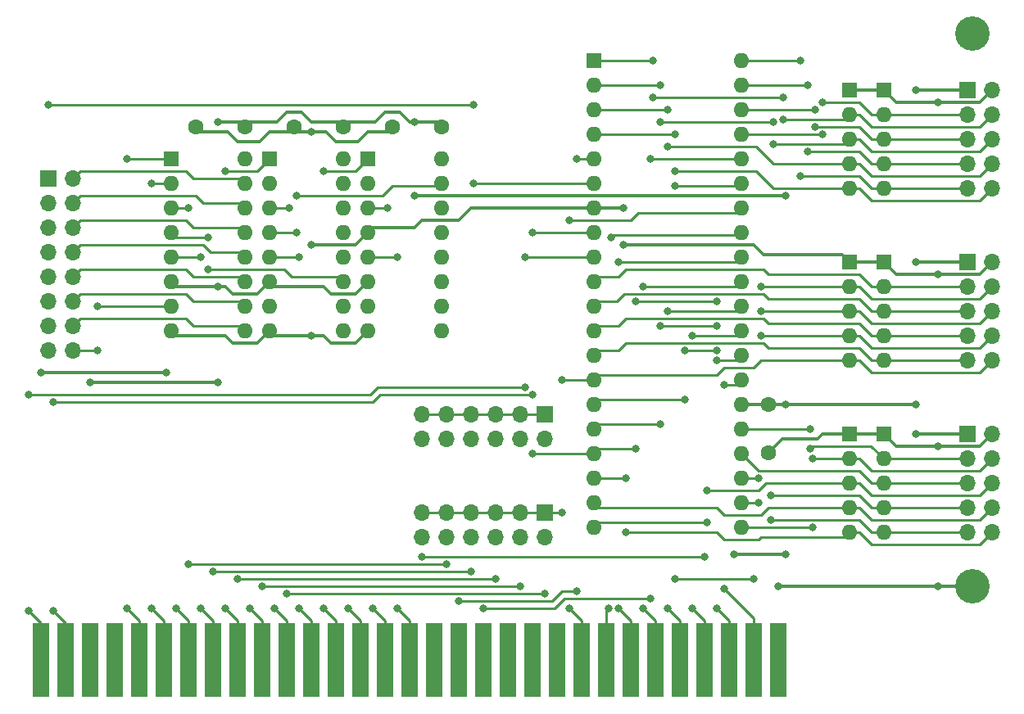
<source format=gbr>
G04 #@! TF.GenerationSoftware,KiCad,Pcbnew,(5.1.8)-1*
G04 #@! TF.CreationDate,2023-02-21T11:18:10-07:00*
G04 #@! TF.ProjectId,PPort,50506f72-742e-46b6-9963-61645f706362,rev?*
G04 #@! TF.SameCoordinates,Original*
G04 #@! TF.FileFunction,Copper,L1,Top*
G04 #@! TF.FilePolarity,Positive*
%FSLAX46Y46*%
G04 Gerber Fmt 4.6, Leading zero omitted, Abs format (unit mm)*
G04 Created by KiCad (PCBNEW (5.1.8)-1) date 2023-02-21 11:18:10*
%MOMM*%
%LPD*%
G01*
G04 APERTURE LIST*
G04 #@! TA.AperFunction,ComponentPad*
%ADD10O,1.600000X1.600000*%
G04 #@! TD*
G04 #@! TA.AperFunction,ComponentPad*
%ADD11R,1.600000X1.600000*%
G04 #@! TD*
G04 #@! TA.AperFunction,ComponentPad*
%ADD12C,1.600000*%
G04 #@! TD*
G04 #@! TA.AperFunction,ComponentPad*
%ADD13O,1.700000X1.700000*%
G04 #@! TD*
G04 #@! TA.AperFunction,ComponentPad*
%ADD14R,1.700000X1.700000*%
G04 #@! TD*
G04 #@! TA.AperFunction,ComponentPad*
%ADD15C,3.556000*%
G04 #@! TD*
G04 #@! TA.AperFunction,ConnectorPad*
%ADD16R,1.780000X7.620000*%
G04 #@! TD*
G04 #@! TA.AperFunction,ViaPad*
%ADD17C,0.800000*%
G04 #@! TD*
G04 #@! TA.AperFunction,Conductor*
%ADD18C,0.250000*%
G04 #@! TD*
G04 #@! TA.AperFunction,Conductor*
%ADD19C,0.330200*%
G04 #@! TD*
G04 APERTURE END LIST*
D10*
G04 #@! TO.P,RN6,5*
G04 #@! TO.N,/PA0*
X182372000Y-91948000D03*
G04 #@! TO.P,RN6,4*
G04 #@! TO.N,/PA1*
X182372000Y-89408000D03*
G04 #@! TO.P,RN6,3*
G04 #@! TO.N,/PA2*
X182372000Y-86868000D03*
G04 #@! TO.P,RN6,2*
G04 #@! TO.N,/PA3*
X182372000Y-84328000D03*
D11*
G04 #@! TO.P,RN6,1*
G04 #@! TO.N,/GND*
X182372000Y-81788000D03*
G04 #@! TD*
D10*
G04 #@! TO.P,RN5,5*
G04 #@! TO.N,/PA4*
X185928000Y-91948000D03*
G04 #@! TO.P,RN5,4*
G04 #@! TO.N,/PA5*
X185928000Y-89408000D03*
G04 #@! TO.P,RN5,3*
G04 #@! TO.N,/PA6*
X185928000Y-86868000D03*
G04 #@! TO.P,RN5,2*
G04 #@! TO.N,/PA7*
X185928000Y-84328000D03*
D11*
G04 #@! TO.P,RN5,1*
G04 #@! TO.N,/GND*
X185928000Y-81788000D03*
G04 #@! TD*
D10*
G04 #@! TO.P,RN4,5*
G04 #@! TO.N,/PB0*
X182372000Y-127508000D03*
G04 #@! TO.P,RN4,4*
G04 #@! TO.N,/PB1*
X182372000Y-124968000D03*
G04 #@! TO.P,RN4,3*
G04 #@! TO.N,/PB2*
X182372000Y-122428000D03*
G04 #@! TO.P,RN4,2*
G04 #@! TO.N,/PB3*
X182372000Y-119888000D03*
D11*
G04 #@! TO.P,RN4,1*
G04 #@! TO.N,/GND*
X182372000Y-117348000D03*
G04 #@! TD*
D10*
G04 #@! TO.P,RN3,5*
G04 #@! TO.N,/PC0*
X182372000Y-109728000D03*
G04 #@! TO.P,RN3,4*
G04 #@! TO.N,/PC1*
X182372000Y-107188000D03*
G04 #@! TO.P,RN3,3*
G04 #@! TO.N,/PC2*
X182372000Y-104648000D03*
G04 #@! TO.P,RN3,2*
G04 #@! TO.N,/PC3*
X182372000Y-102108000D03*
D11*
G04 #@! TO.P,RN3,1*
G04 #@! TO.N,/GND*
X182372000Y-99568000D03*
G04 #@! TD*
D10*
G04 #@! TO.P,RN2,5*
G04 #@! TO.N,/PB4*
X185928000Y-127508000D03*
G04 #@! TO.P,RN2,4*
G04 #@! TO.N,/PB5*
X185928000Y-124968000D03*
G04 #@! TO.P,RN2,3*
G04 #@! TO.N,/PB6*
X185928000Y-122428000D03*
G04 #@! TO.P,RN2,2*
G04 #@! TO.N,/PB7*
X185928000Y-119888000D03*
D11*
G04 #@! TO.P,RN2,1*
G04 #@! TO.N,/GND*
X185928000Y-117348000D03*
G04 #@! TD*
D10*
G04 #@! TO.P,RN1,5*
G04 #@! TO.N,/PC4*
X185928000Y-109728000D03*
G04 #@! TO.P,RN1,4*
G04 #@! TO.N,/PC5*
X185928000Y-107188000D03*
G04 #@! TO.P,RN1,3*
G04 #@! TO.N,/PC6*
X185928000Y-104648000D03*
G04 #@! TO.P,RN1,2*
G04 #@! TO.N,/PC7*
X185928000Y-102108000D03*
D11*
G04 #@! TO.P,RN1,1*
G04 #@! TO.N,/GND*
X185928000Y-99568000D03*
G04 #@! TD*
D12*
G04 #@! TO.P,C4,2*
G04 #@! TO.N,/5+*
X130048000Y-85598000D03*
G04 #@! TO.P,C4,1*
G04 #@! TO.N,/GND*
X125048000Y-85598000D03*
G04 #@! TD*
G04 #@! TO.P,C3,2*
G04 #@! TO.N,/5+*
X119888000Y-85598000D03*
G04 #@! TO.P,C3,1*
G04 #@! TO.N,/GND*
X114888000Y-85598000D03*
G04 #@! TD*
G04 #@! TO.P,C2,2*
G04 #@! TO.N,/5+*
X140208000Y-85598000D03*
G04 #@! TO.P,C2,1*
G04 #@! TO.N,/GND*
X135208000Y-85598000D03*
G04 #@! TD*
G04 #@! TO.P,C1,2*
G04 #@! TO.N,/5+*
X173990000Y-114300000D03*
G04 #@! TO.P,C1,1*
G04 #@! TO.N,/GND*
X173990000Y-119300000D03*
G04 #@! TD*
D13*
G04 #@! TO.P,J3,10*
G04 #@! TO.N,/PA0*
X197104000Y-91948000D03*
G04 #@! TO.P,J3,9*
G04 #@! TO.N,/PA4*
X194564000Y-91948000D03*
G04 #@! TO.P,J3,8*
G04 #@! TO.N,/PA1*
X197104000Y-89408000D03*
G04 #@! TO.P,J3,7*
G04 #@! TO.N,/PA5*
X194564000Y-89408000D03*
G04 #@! TO.P,J3,6*
G04 #@! TO.N,/PA2*
X197104000Y-86868000D03*
G04 #@! TO.P,J3,5*
G04 #@! TO.N,/PA6*
X194564000Y-86868000D03*
G04 #@! TO.P,J3,4*
G04 #@! TO.N,/PA3*
X197104000Y-84328000D03*
G04 #@! TO.P,J3,3*
G04 #@! TO.N,/PA7*
X194564000Y-84328000D03*
G04 #@! TO.P,J3,2*
G04 #@! TO.N,/GND*
X197104000Y-81788000D03*
D14*
G04 #@! TO.P,J3,1*
G04 #@! TO.N,/5+*
X194564000Y-81788000D03*
G04 #@! TD*
D13*
G04 #@! TO.P,J2,10*
G04 #@! TO.N,/PB0*
X197104000Y-127508000D03*
G04 #@! TO.P,J2,9*
G04 #@! TO.N,/PB4*
X194564000Y-127508000D03*
G04 #@! TO.P,J2,8*
G04 #@! TO.N,/PB1*
X197104000Y-124968000D03*
G04 #@! TO.P,J2,7*
G04 #@! TO.N,/PB5*
X194564000Y-124968000D03*
G04 #@! TO.P,J2,6*
G04 #@! TO.N,/PB2*
X197104000Y-122428000D03*
G04 #@! TO.P,J2,5*
G04 #@! TO.N,/PB6*
X194564000Y-122428000D03*
G04 #@! TO.P,J2,4*
G04 #@! TO.N,/PB3*
X197104000Y-119888000D03*
G04 #@! TO.P,J2,3*
G04 #@! TO.N,/PB7*
X194564000Y-119888000D03*
G04 #@! TO.P,J2,2*
G04 #@! TO.N,/GND*
X197104000Y-117348000D03*
D14*
G04 #@! TO.P,J2,1*
G04 #@! TO.N,/5+*
X194564000Y-117348000D03*
G04 #@! TD*
D13*
G04 #@! TO.P,J1,10*
G04 #@! TO.N,/PC0*
X197104000Y-109728000D03*
G04 #@! TO.P,J1,9*
G04 #@! TO.N,/PC4*
X194564000Y-109728000D03*
G04 #@! TO.P,J1,8*
G04 #@! TO.N,/PC1*
X197104000Y-107188000D03*
G04 #@! TO.P,J1,7*
G04 #@! TO.N,/PC5*
X194564000Y-107188000D03*
G04 #@! TO.P,J1,6*
G04 #@! TO.N,/PC2*
X197104000Y-104648000D03*
G04 #@! TO.P,J1,5*
G04 #@! TO.N,/PC6*
X194564000Y-104648000D03*
G04 #@! TO.P,J1,4*
G04 #@! TO.N,/PC3*
X197104000Y-102108000D03*
G04 #@! TO.P,J1,3*
G04 #@! TO.N,/PC7*
X194564000Y-102108000D03*
G04 #@! TO.P,J1,2*
G04 #@! TO.N,/GND*
X197104000Y-99568000D03*
D14*
G04 #@! TO.P,J1,1*
G04 #@! TO.N,/5+*
X194564000Y-99568000D03*
G04 #@! TD*
D15*
G04 #@! TO.P,R,1*
G04 #@! TO.N,/GND*
X195072000Y-133096000D03*
G04 #@! TD*
G04 #@! TO.P,R,1*
G04 #@! TO.N,N/C*
X195072000Y-75946000D03*
G04 #@! TD*
D10*
G04 #@! TO.P,U4,16*
G04 #@! TO.N,/5+*
X130048000Y-88900000D03*
G04 #@! TO.P,U4,8*
G04 #@! TO.N,/GND*
X122428000Y-106680000D03*
G04 #@! TO.P,U4,15*
G04 #@! TO.N,Net-(U4-Pad15)*
X130048000Y-91440000D03*
G04 #@! TO.P,U4,7*
G04 #@! TO.N,Net-(U4-Pad7)*
X122428000Y-104140000D03*
G04 #@! TO.P,U4,14*
G04 #@! TO.N,Net-(U4-Pad14)*
X130048000Y-93980000D03*
G04 #@! TO.P,U4,6*
G04 #@! TO.N,/5+*
X122428000Y-101600000D03*
G04 #@! TO.P,U4,13*
G04 #@! TO.N,Net-(U4-Pad13)*
X130048000Y-96520000D03*
G04 #@! TO.P,U4,5*
G04 #@! TO.N,/A11*
X122428000Y-99060000D03*
G04 #@! TO.P,U4,12*
G04 #@! TO.N,Net-(U4-Pad12)*
X130048000Y-99060000D03*
G04 #@! TO.P,U4,4*
G04 #@! TO.N,/IO_0XXX*
X122428000Y-96520000D03*
G04 #@! TO.P,U4,11*
G04 #@! TO.N,/IO_04XX*
X130048000Y-101600000D03*
G04 #@! TO.P,U4,3*
G04 #@! TO.N,/A10*
X122428000Y-93980000D03*
G04 #@! TO.P,U4,10*
G04 #@! TO.N,Net-(U4-Pad10)*
X130048000Y-104140000D03*
G04 #@! TO.P,U4,2*
G04 #@! TO.N,/A9*
X122428000Y-91440000D03*
G04 #@! TO.P,U4,9*
G04 #@! TO.N,Net-(U4-Pad9)*
X130048000Y-106680000D03*
D11*
G04 #@! TO.P,U4,1*
G04 #@! TO.N,/A8*
X122428000Y-88900000D03*
G04 #@! TD*
D10*
G04 #@! TO.P,U3,16*
G04 #@! TO.N,/5+*
X119888000Y-88900000D03*
G04 #@! TO.P,U3,8*
G04 #@! TO.N,/GND*
X112268000Y-106680000D03*
G04 #@! TO.P,U3,15*
G04 #@! TO.N,/IO_040X*
X119888000Y-91440000D03*
G04 #@! TO.P,U3,7*
G04 #@! TO.N,/IO_047X*
X112268000Y-104140000D03*
G04 #@! TO.P,U3,14*
G04 #@! TO.N,/IO_041X*
X119888000Y-93980000D03*
G04 #@! TO.P,U3,6*
G04 #@! TO.N,/5+*
X112268000Y-101600000D03*
G04 #@! TO.P,U3,13*
G04 #@! TO.N,/IO_042X*
X119888000Y-96520000D03*
G04 #@! TO.P,U3,5*
G04 #@! TO.N,/A7*
X112268000Y-99060000D03*
G04 #@! TO.P,U3,12*
G04 #@! TO.N,/IO_043X*
X119888000Y-99060000D03*
G04 #@! TO.P,U3,4*
G04 #@! TO.N,/IO_04XX*
X112268000Y-96520000D03*
G04 #@! TO.P,U3,11*
G04 #@! TO.N,/IO_044X*
X119888000Y-101600000D03*
G04 #@! TO.P,U3,3*
G04 #@! TO.N,/A6*
X112268000Y-93980000D03*
G04 #@! TO.P,U3,10*
G04 #@! TO.N,/IO_045X*
X119888000Y-104140000D03*
G04 #@! TO.P,U3,2*
G04 #@! TO.N,/A5*
X112268000Y-91440000D03*
G04 #@! TO.P,U3,9*
G04 #@! TO.N,/IO_046X*
X119888000Y-106680000D03*
D11*
G04 #@! TO.P,U3,1*
G04 #@! TO.N,/A4*
X112268000Y-88900000D03*
G04 #@! TD*
D10*
G04 #@! TO.P,U2,16*
G04 #@! TO.N,/5+*
X140208000Y-88900000D03*
G04 #@! TO.P,U2,8*
G04 #@! TO.N,/GND*
X132588000Y-106680000D03*
G04 #@! TO.P,U2,15*
G04 #@! TO.N,/IO_0XXX*
X140208000Y-91440000D03*
G04 #@! TO.P,U2,7*
G04 #@! TO.N,Net-(U2-Pad7)*
X132588000Y-104140000D03*
G04 #@! TO.P,U2,14*
G04 #@! TO.N,Net-(U2-Pad14)*
X140208000Y-93980000D03*
G04 #@! TO.P,U2,6*
G04 #@! TO.N,/5+*
X132588000Y-101600000D03*
G04 #@! TO.P,U2,13*
G04 #@! TO.N,Net-(U2-Pad13)*
X140208000Y-96520000D03*
G04 #@! TO.P,U2,5*
G04 #@! TO.N,/A15*
X132588000Y-99060000D03*
G04 #@! TO.P,U2,12*
G04 #@! TO.N,Net-(U2-Pad12)*
X140208000Y-99060000D03*
G04 #@! TO.P,U2,4*
G04 #@! TO.N,/GND*
X132588000Y-96520000D03*
G04 #@! TO.P,U2,11*
G04 #@! TO.N,Net-(U2-Pad11)*
X140208000Y-101600000D03*
G04 #@! TO.P,U2,3*
G04 #@! TO.N,/A14*
X132588000Y-93980000D03*
G04 #@! TO.P,U2,10*
G04 #@! TO.N,Net-(U2-Pad10)*
X140208000Y-104140000D03*
G04 #@! TO.P,U2,2*
G04 #@! TO.N,/A13*
X132588000Y-91440000D03*
G04 #@! TO.P,U2,9*
G04 #@! TO.N,Net-(U2-Pad9)*
X140208000Y-106680000D03*
D11*
G04 #@! TO.P,U2,1*
G04 #@! TO.N,/A12*
X132588000Y-88900000D03*
G04 #@! TD*
D10*
G04 #@! TO.P,U1,40*
G04 #@! TO.N,/PA4*
X171196000Y-78740000D03*
G04 #@! TO.P,U1,20*
G04 #@! TO.N,/PB2*
X155956000Y-127000000D03*
G04 #@! TO.P,U1,39*
G04 #@! TO.N,/PA5*
X171196000Y-81280000D03*
G04 #@! TO.P,U1,19*
G04 #@! TO.N,/PB1*
X155956000Y-124460000D03*
G04 #@! TO.P,U1,38*
G04 #@! TO.N,/PA6*
X171196000Y-83820000D03*
G04 #@! TO.P,U1,18*
G04 #@! TO.N,/PB0*
X155956000Y-121920000D03*
G04 #@! TO.P,U1,37*
G04 #@! TO.N,/PA7*
X171196000Y-86360000D03*
G04 #@! TO.P,U1,17*
G04 #@! TO.N,/PC3*
X155956000Y-119380000D03*
G04 #@! TO.P,U1,36*
G04 #@! TO.N,/IOW*
X171196000Y-88900000D03*
G04 #@! TO.P,U1,16*
G04 #@! TO.N,/PC2*
X155956000Y-116840000D03*
G04 #@! TO.P,U1,35*
G04 #@! TO.N,/RST*
X171196000Y-91440000D03*
G04 #@! TO.P,U1,15*
G04 #@! TO.N,/PC1*
X155956000Y-114300000D03*
G04 #@! TO.P,U1,34*
G04 #@! TO.N,/D0*
X171196000Y-93980000D03*
G04 #@! TO.P,U1,14*
G04 #@! TO.N,/PC0*
X155956000Y-111760000D03*
G04 #@! TO.P,U1,33*
G04 #@! TO.N,/D1*
X171196000Y-96520000D03*
G04 #@! TO.P,U1,13*
G04 #@! TO.N,/PC4*
X155956000Y-109220000D03*
G04 #@! TO.P,U1,32*
G04 #@! TO.N,/D2*
X171196000Y-99060000D03*
G04 #@! TO.P,U1,12*
G04 #@! TO.N,/PC5*
X155956000Y-106680000D03*
G04 #@! TO.P,U1,31*
G04 #@! TO.N,/D3*
X171196000Y-101600000D03*
G04 #@! TO.P,U1,11*
G04 #@! TO.N,/PC6*
X155956000Y-104140000D03*
G04 #@! TO.P,U1,30*
G04 #@! TO.N,/D4*
X171196000Y-104140000D03*
G04 #@! TO.P,U1,10*
G04 #@! TO.N,/PC7*
X155956000Y-101600000D03*
G04 #@! TO.P,U1,29*
G04 #@! TO.N,/D5*
X171196000Y-106680000D03*
G04 #@! TO.P,U1,9*
G04 #@! TO.N,/A0*
X155956000Y-99060000D03*
G04 #@! TO.P,U1,28*
G04 #@! TO.N,/D6*
X171196000Y-109220000D03*
G04 #@! TO.P,U1,8*
G04 #@! TO.N,/A1*
X155956000Y-96520000D03*
G04 #@! TO.P,U1,27*
G04 #@! TO.N,/D7*
X171196000Y-111760000D03*
G04 #@! TO.P,U1,7*
G04 #@! TO.N,/GND*
X155956000Y-93980000D03*
G04 #@! TO.P,U1,26*
G04 #@! TO.N,/5+*
X171196000Y-114300000D03*
G04 #@! TO.P,U1,6*
G04 #@! TO.N,/CS8255*
X155956000Y-91440000D03*
G04 #@! TO.P,U1,25*
G04 #@! TO.N,/PB7*
X171196000Y-116840000D03*
G04 #@! TO.P,U1,5*
G04 #@! TO.N,/IOR*
X155956000Y-88900000D03*
G04 #@! TO.P,U1,24*
G04 #@! TO.N,/PB6*
X171196000Y-119380000D03*
G04 #@! TO.P,U1,4*
G04 #@! TO.N,/PA0*
X155956000Y-86360000D03*
G04 #@! TO.P,U1,23*
G04 #@! TO.N,/PB5*
X171196000Y-121920000D03*
G04 #@! TO.P,U1,3*
G04 #@! TO.N,/PA1*
X155956000Y-83820000D03*
G04 #@! TO.P,U1,22*
G04 #@! TO.N,/PB4*
X171196000Y-124460000D03*
G04 #@! TO.P,U1,2*
G04 #@! TO.N,/PA2*
X155956000Y-81280000D03*
G04 #@! TO.P,U1,21*
G04 #@! TO.N,/PB3*
X171196000Y-127000000D03*
D11*
G04 #@! TO.P,U1,1*
G04 #@! TO.N,/PA3*
X155956000Y-78740000D03*
G04 #@! TD*
D16*
G04 #@! TO.P,J7,62*
G04 #@! TO.N,/A0*
X98806000Y-140716000D03*
G04 #@! TO.P,J7,61*
G04 #@! TO.N,/A1*
X101346000Y-140716000D03*
G04 #@! TO.P,J7,60*
G04 #@! TO.N,/A2*
X103886000Y-140716000D03*
G04 #@! TO.P,J7,59*
G04 #@! TO.N,/A3*
X106426000Y-140716000D03*
G04 #@! TO.P,J7,58*
G04 #@! TO.N,/A4*
X108966000Y-140716000D03*
G04 #@! TO.P,J7,57*
G04 #@! TO.N,/A5*
X111506000Y-140716000D03*
G04 #@! TO.P,J7,56*
G04 #@! TO.N,/A6*
X114046000Y-140716000D03*
G04 #@! TO.P,J7,55*
G04 #@! TO.N,/A7*
X116586000Y-140716000D03*
G04 #@! TO.P,J7,54*
G04 #@! TO.N,/A8*
X119126000Y-140716000D03*
G04 #@! TO.P,J7,53*
G04 #@! TO.N,/A9*
X121666000Y-140716000D03*
G04 #@! TO.P,J7,52*
G04 #@! TO.N,/A10*
X124206000Y-140716000D03*
G04 #@! TO.P,J7,51*
G04 #@! TO.N,/A11*
X126746000Y-140716000D03*
G04 #@! TO.P,J7,50*
G04 #@! TO.N,/A12*
X129286000Y-140716000D03*
G04 #@! TO.P,J7,49*
G04 #@! TO.N,/A13*
X131826000Y-140716000D03*
G04 #@! TO.P,J7,48*
G04 #@! TO.N,/A14*
X134366000Y-140716000D03*
G04 #@! TO.P,J7,47*
G04 #@! TO.N,/A15*
X136906000Y-140716000D03*
G04 #@! TO.P,J7,46*
G04 #@! TO.N,Net-(J7-Pad46)*
X139446000Y-140716000D03*
G04 #@! TO.P,J7,45*
G04 #@! TO.N,Net-(J7-Pad45)*
X141986000Y-140716000D03*
G04 #@! TO.P,J7,44*
G04 #@! TO.N,Net-(J7-Pad44)*
X144526000Y-140716000D03*
G04 #@! TO.P,J7,43*
G04 #@! TO.N,Net-(J7-Pad43)*
X147066000Y-140716000D03*
G04 #@! TO.P,J7,42*
G04 #@! TO.N,Net-(J7-Pad42)*
X149606000Y-140716000D03*
G04 #@! TO.P,J7,41*
G04 #@! TO.N,Net-(J7-Pad41)*
X152146000Y-140716000D03*
G04 #@! TO.P,J7,40*
G04 #@! TO.N,/D0*
X154686000Y-140716000D03*
G04 #@! TO.P,J7,39*
G04 #@! TO.N,/D1*
X157226000Y-140716000D03*
G04 #@! TO.P,J7,38*
G04 #@! TO.N,/D2*
X159766000Y-140716000D03*
G04 #@! TO.P,J7,37*
G04 #@! TO.N,/D3*
X162306000Y-140716000D03*
G04 #@! TO.P,J7,36*
G04 #@! TO.N,/D4*
X164846000Y-140716000D03*
G04 #@! TO.P,J7,35*
G04 #@! TO.N,/D5*
X167386000Y-140716000D03*
G04 #@! TO.P,J7,34*
G04 #@! TO.N,/D6*
X169926000Y-140716000D03*
G04 #@! TO.P,J7,33*
G04 #@! TO.N,/D7*
X172466000Y-140716000D03*
G04 #@! TO.P,J7,32*
G04 #@! TO.N,Net-(J7-Pad32)*
X175006000Y-140716000D03*
G04 #@! TD*
D13*
G04 #@! TO.P,J6,16*
G04 #@! TO.N,/IO_047X*
X102108000Y-108712000D03*
G04 #@! TO.P,J6,15*
G04 #@! TO.N,/CS8255*
X99568000Y-108712000D03*
G04 #@! TO.P,J6,14*
G04 #@! TO.N,/IO_046X*
X102108000Y-106172000D03*
G04 #@! TO.P,J6,13*
G04 #@! TO.N,/CS8255*
X99568000Y-106172000D03*
G04 #@! TO.P,J6,12*
G04 #@! TO.N,/IO_045X*
X102108000Y-103632000D03*
G04 #@! TO.P,J6,11*
G04 #@! TO.N,/CS8255*
X99568000Y-103632000D03*
G04 #@! TO.P,J6,10*
G04 #@! TO.N,/IO_044X*
X102108000Y-101092000D03*
G04 #@! TO.P,J6,9*
G04 #@! TO.N,/CS8255*
X99568000Y-101092000D03*
G04 #@! TO.P,J6,8*
G04 #@! TO.N,/IO_043X*
X102108000Y-98552000D03*
G04 #@! TO.P,J6,7*
G04 #@! TO.N,/CS8255*
X99568000Y-98552000D03*
G04 #@! TO.P,J6,6*
G04 #@! TO.N,/IO_042X*
X102108000Y-96012000D03*
G04 #@! TO.P,J6,5*
G04 #@! TO.N,/CS8255*
X99568000Y-96012000D03*
G04 #@! TO.P,J6,4*
G04 #@! TO.N,/IO_041X*
X102108000Y-93472000D03*
G04 #@! TO.P,J6,3*
G04 #@! TO.N,/CS8255*
X99568000Y-93472000D03*
G04 #@! TO.P,J6,2*
G04 #@! TO.N,/IO_040X*
X102108000Y-90932000D03*
D14*
G04 #@! TO.P,J6,1*
G04 #@! TO.N,/CS8255*
X99568000Y-90932000D03*
G04 #@! TD*
D13*
G04 #@! TO.P,J5,12*
G04 #@! TO.N,/IRQ2*
X138176000Y-117856000D03*
G04 #@! TO.P,J5,11*
G04 #@! TO.N,/PC3*
X138176000Y-115316000D03*
G04 #@! TO.P,J5,10*
G04 #@! TO.N,/IRQ3*
X140716000Y-117856000D03*
G04 #@! TO.P,J5,9*
G04 #@! TO.N,/PC3*
X140716000Y-115316000D03*
G04 #@! TO.P,J5,8*
G04 #@! TO.N,/IRQ4*
X143256000Y-117856000D03*
G04 #@! TO.P,J5,7*
G04 #@! TO.N,/PC3*
X143256000Y-115316000D03*
G04 #@! TO.P,J5,6*
G04 #@! TO.N,/IRQ5*
X145796000Y-117856000D03*
G04 #@! TO.P,J5,5*
G04 #@! TO.N,/PC3*
X145796000Y-115316000D03*
G04 #@! TO.P,J5,4*
G04 #@! TO.N,/IRQ6*
X148336000Y-117856000D03*
G04 #@! TO.P,J5,3*
G04 #@! TO.N,/PC3*
X148336000Y-115316000D03*
G04 #@! TO.P,J5,2*
G04 #@! TO.N,/IRQ7*
X150876000Y-117856000D03*
D14*
G04 #@! TO.P,J5,1*
G04 #@! TO.N,/PC3*
X150876000Y-115316000D03*
G04 #@! TD*
D13*
G04 #@! TO.P,J4,12*
G04 #@! TO.N,/IRQ2*
X138176000Y-128016000D03*
G04 #@! TO.P,J4,11*
G04 #@! TO.N,/PC0*
X138176000Y-125476000D03*
G04 #@! TO.P,J4,10*
G04 #@! TO.N,/IRQ3*
X140716000Y-128016000D03*
G04 #@! TO.P,J4,9*
G04 #@! TO.N,/PC0*
X140716000Y-125476000D03*
G04 #@! TO.P,J4,8*
G04 #@! TO.N,/IRQ4*
X143256000Y-128016000D03*
G04 #@! TO.P,J4,7*
G04 #@! TO.N,/PC0*
X143256000Y-125476000D03*
G04 #@! TO.P,J4,6*
G04 #@! TO.N,/IRQ5*
X145796000Y-128016000D03*
G04 #@! TO.P,J4,5*
G04 #@! TO.N,/PC0*
X145796000Y-125476000D03*
G04 #@! TO.P,J4,4*
G04 #@! TO.N,/IRQ6*
X148336000Y-128016000D03*
G04 #@! TO.P,J4,3*
G04 #@! TO.N,/PC0*
X148336000Y-125476000D03*
G04 #@! TO.P,J4,2*
G04 #@! TO.N,/IRQ7*
X150876000Y-128016000D03*
D14*
G04 #@! TO.P,J4,1*
G04 #@! TO.N,/PC0*
X150876000Y-125476000D03*
G04 #@! TD*
D17*
G04 #@! TO.N,/PB7*
X178308000Y-116840000D03*
X178308000Y-118872000D03*
G04 #@! TO.N,/PB5*
X174244000Y-123698000D03*
X172974000Y-121920000D03*
G04 #@! TO.N,/PB4*
X172974000Y-124460000D03*
X174244000Y-126238000D03*
G04 #@! TO.N,/PB3*
X178562000Y-119888000D03*
X178562000Y-127000000D03*
G04 #@! TO.N,/PB2*
X167640000Y-123190000D03*
X167640000Y-126492000D03*
G04 #@! TO.N,/PB0*
X159258000Y-127508000D03*
X159258000Y-121920000D03*
G04 #@! TO.N,/PA7*
X179578000Y-86360000D03*
X179578000Y-83058000D03*
G04 #@! TO.N,/PA6*
X178816000Y-83820000D03*
X178816000Y-85598000D03*
G04 #@! TO.N,/PA5*
X178054000Y-81280000D03*
X178054000Y-88138000D03*
G04 #@! TO.N,/PA4*
X177292000Y-78740000D03*
X177292000Y-90678000D03*
G04 #@! TO.N,/PA3*
X162052000Y-78740000D03*
X162052000Y-82550000D03*
X175514000Y-82550000D03*
X175514000Y-84836000D03*
G04 #@! TO.N,/PA2*
X162814000Y-81280000D03*
X162814000Y-85090000D03*
X174498000Y-85090000D03*
X174498000Y-87376000D03*
G04 #@! TO.N,/PA1*
X163576000Y-83820000D03*
X163576000Y-87630000D03*
G04 #@! TO.N,/PA0*
X164338000Y-86360000D03*
X164338000Y-90170000D03*
G04 #@! TO.N,/PC3*
X173228000Y-102108000D03*
X168656000Y-103632000D03*
X160274000Y-118872000D03*
X160274000Y-103632000D03*
G04 #@! TO.N,/PC2*
X173228000Y-104648000D03*
X168656000Y-106172000D03*
X162814000Y-116332000D03*
X162814000Y-106172000D03*
G04 #@! TO.N,/PC1*
X173228000Y-107188000D03*
X168656000Y-108712000D03*
X165354000Y-113792000D03*
X165354000Y-108712000D03*
G04 #@! TO.N,/PC3*
X149606000Y-119380000D03*
G04 #@! TO.N,/PC0*
X152654000Y-111760000D03*
X152654000Y-125476000D03*
G04 #@! TO.N,/IRQ2*
X138176000Y-130048000D03*
X167386000Y-130048000D03*
G04 #@! TO.N,/IRQ3*
X140716000Y-130810000D03*
X114046000Y-130810000D03*
G04 #@! TO.N,/IRQ4*
X143256000Y-131572000D03*
X116586000Y-131572000D03*
G04 #@! TO.N,/IRQ5*
X145796000Y-132334000D03*
X119126000Y-132334000D03*
G04 #@! TO.N,/IRQ6*
X148336000Y-133096000D03*
X121666000Y-133096000D03*
G04 #@! TO.N,/IRQ7*
X150876000Y-133858000D03*
X124206000Y-133858000D03*
G04 #@! TO.N,/IO_047X*
X104648000Y-104140000D03*
X104648000Y-108712000D03*
G04 #@! TO.N,/CS8255*
X143510000Y-91440000D03*
X143510000Y-83312000D03*
X99568000Y-83312000D03*
G04 #@! TO.N,/A0*
X97536000Y-135636000D03*
X97536000Y-113284000D03*
X148844000Y-112522000D03*
X148844000Y-99060000D03*
G04 #@! TO.N,/A1*
X100076000Y-135636000D03*
X100076000Y-114046000D03*
X149606000Y-113284000D03*
X149606000Y-96520000D03*
G04 #@! TO.N,/A4*
X107696000Y-135382000D03*
X107696000Y-88900000D03*
G04 #@! TO.N,/A5*
X110236000Y-135382000D03*
X110236000Y-91440000D03*
G04 #@! TO.N,/A6*
X112776000Y-135382000D03*
X114046000Y-93980000D03*
G04 #@! TO.N,/A7*
X115316000Y-135382000D03*
X115316000Y-99060000D03*
G04 #@! TO.N,/A8*
X117856000Y-135382000D03*
X117856000Y-90170000D03*
G04 #@! TO.N,/A9*
X120396000Y-135382000D03*
G04 #@! TO.N,/A10*
X122936000Y-135382000D03*
X124460000Y-93980000D03*
G04 #@! TO.N,/A11*
X125476000Y-135382000D03*
X125476000Y-99060000D03*
G04 #@! TO.N,/A12*
X128016000Y-135382000D03*
X128016000Y-90170000D03*
G04 #@! TO.N,/A13*
X130556000Y-135382000D03*
G04 #@! TO.N,/A14*
X133096000Y-135382000D03*
X134620000Y-93980000D03*
G04 #@! TO.N,/A15*
X135636000Y-135382000D03*
X135636000Y-99060000D03*
G04 #@! TO.N,/D0*
X153416000Y-135382000D03*
X153416000Y-95250000D03*
G04 #@! TO.N,/D1*
X157480000Y-135382000D03*
X157734000Y-97028000D03*
G04 #@! TO.N,/D2*
X158496000Y-135382000D03*
X158496000Y-99568000D03*
G04 #@! TO.N,/D3*
X161036000Y-135382000D03*
X161036000Y-102108000D03*
G04 #@! TO.N,/D4*
X163576000Y-135382000D03*
X163576000Y-104648000D03*
G04 #@! TO.N,/D5*
X166116000Y-135382000D03*
X166116000Y-107188000D03*
G04 #@! TO.N,/D6*
X168656000Y-135382000D03*
X168656000Y-109728000D03*
G04 #@! TO.N,/D7*
X169418000Y-133350000D03*
X169418000Y-112268000D03*
G04 #@! TO.N,/GND*
X191516000Y-83058000D03*
X191516000Y-118618000D03*
X191516000Y-118618000D03*
X191516000Y-100838000D03*
X191516000Y-133096000D03*
X126746000Y-107188000D03*
X126746000Y-86106000D03*
X126746000Y-97790000D03*
X175006000Y-133096000D03*
X159004000Y-97790000D03*
X159004000Y-93980000D03*
X111760000Y-110998000D03*
X98806002Y-110998000D03*
G04 #@! TO.N,/5+*
X189230000Y-114300000D03*
X189230000Y-81788000D03*
X189230000Y-99568000D03*
X189230000Y-117348000D03*
X117094000Y-102108000D03*
X117094000Y-85090000D03*
X170434000Y-129794000D03*
X175768000Y-129794000D03*
X175768000Y-114300000D03*
X175768000Y-92710000D03*
X137414000Y-92710000D03*
X137414000Y-85090000D03*
X103886000Y-112014000D03*
X117094000Y-112014000D03*
G04 #@! TO.N,/IOR*
X141986000Y-134620000D03*
X154178000Y-133604000D03*
X154178000Y-88900000D03*
G04 #@! TO.N,/IOW*
X144526000Y-135382000D03*
X161798000Y-134366000D03*
X161798000Y-88900000D03*
G04 #@! TO.N,/RST*
X172466000Y-132334000D03*
X164338000Y-132334000D03*
X164338000Y-91694000D03*
G04 #@! TO.N,/IO_0XXX*
X125222000Y-92710000D03*
X125222000Y-96520000D03*
G04 #@! TO.N,/IO_04XX*
X116078000Y-100330000D03*
X116078000Y-97028000D03*
G04 #@! TD*
D18*
G04 #@! TO.N,/PB7*
X185928000Y-119888000D02*
X194564000Y-119888000D01*
X178308000Y-116840000D02*
X178308000Y-116840000D01*
X178580999Y-118599001D02*
X178308000Y-118872000D01*
X184639001Y-118599001D02*
X178580999Y-118599001D01*
X185928000Y-119888000D02*
X184639001Y-118599001D01*
X178308000Y-116840000D02*
X171196000Y-116840000D01*
X178308000Y-118872000D02*
X178308000Y-118872000D01*
G04 #@! TO.N,/PB6*
X185928000Y-122428000D02*
X194564000Y-122428000D01*
X172974000Y-121158000D02*
X171196000Y-119380000D01*
X183388000Y-121158000D02*
X172974000Y-121158000D01*
X184658000Y-122428000D02*
X183388000Y-121158000D01*
X185928000Y-122428000D02*
X184658000Y-122428000D01*
G04 #@! TO.N,/PB5*
X185928000Y-124968000D02*
X194564000Y-124968000D01*
X183388000Y-123698000D02*
X174244000Y-123698000D01*
X184658000Y-124968000D02*
X183388000Y-123698000D01*
X185928000Y-124968000D02*
X184658000Y-124968000D01*
X174244000Y-123698000D02*
X174244000Y-123698000D01*
X171196000Y-121920000D02*
X172720000Y-121920000D01*
X172720000Y-121920000D02*
X172974000Y-121920000D01*
X172974000Y-121920000D02*
X172974000Y-121920000D01*
G04 #@! TO.N,/PB4*
X185928000Y-127508000D02*
X194564000Y-127508000D01*
X185928000Y-127508000D02*
X184658000Y-127508000D01*
X184658000Y-127508000D02*
X183388000Y-126238000D01*
X183388000Y-126238000D02*
X174244000Y-126238000D01*
X171196000Y-124460000D02*
X172974000Y-124460000D01*
X172974000Y-124460000D02*
X172974000Y-124460000D01*
X174244000Y-126238000D02*
X174244000Y-126238000D01*
G04 #@! TO.N,/PB3*
X195834000Y-121158000D02*
X197104000Y-119888000D01*
X183388000Y-119888000D02*
X184658000Y-121158000D01*
X184658000Y-121158000D02*
X195834000Y-121158000D01*
X182372000Y-119888000D02*
X183388000Y-119888000D01*
X182372000Y-119888000D02*
X178562000Y-119888000D01*
X178562000Y-119888000D02*
X178562000Y-119888000D01*
X171196000Y-127000000D02*
X178562000Y-127000000D01*
X178562000Y-127000000D02*
X178562000Y-127000000D01*
G04 #@! TO.N,/PB2*
X182372000Y-122428000D02*
X183388000Y-122428000D01*
X184658000Y-123698000D02*
X195834000Y-123698000D01*
X183388000Y-122428000D02*
X184658000Y-123698000D01*
X195834000Y-123698000D02*
X197104000Y-122428000D01*
X182372000Y-122428000D02*
X173736000Y-122428000D01*
X173736000Y-122428000D02*
X172974000Y-123190000D01*
X172974000Y-123190000D02*
X170942000Y-123190000D01*
X170942000Y-123190000D02*
X167640000Y-123190000D01*
X167640000Y-123190000D02*
X167640000Y-123190000D01*
X155956000Y-127000000D02*
X156464000Y-126492000D01*
X156464000Y-126492000D02*
X157480000Y-126492000D01*
X157480000Y-126492000D02*
X167640000Y-126492000D01*
X167640000Y-126492000D02*
X167640000Y-126492000D01*
G04 #@! TO.N,/PB1*
X182372000Y-124968000D02*
X183388000Y-124968000D01*
X195834000Y-126238000D02*
X197104000Y-124968000D01*
X183388000Y-124968000D02*
X184658000Y-126238000D01*
X184658000Y-126238000D02*
X195834000Y-126238000D01*
X168656000Y-124968000D02*
X156464000Y-124968000D01*
X169418000Y-125730000D02*
X168656000Y-124968000D01*
X156464000Y-124968000D02*
X155956000Y-124460000D01*
X173228000Y-125730000D02*
X169418000Y-125730000D01*
X173990000Y-124968000D02*
X173228000Y-125730000D01*
X182372000Y-124968000D02*
X173990000Y-124968000D01*
G04 #@! TO.N,/PB0*
X195834000Y-128778000D02*
X197104000Y-127508000D01*
X184658000Y-128778000D02*
X195834000Y-128778000D01*
X182372000Y-127508000D02*
X183388000Y-127508000D01*
X183388000Y-127508000D02*
X184658000Y-128778000D01*
X182372000Y-127508000D02*
X181864000Y-128016000D01*
X181864000Y-128016000D02*
X173228000Y-128016000D01*
X173228000Y-128016000D02*
X172974000Y-128270000D01*
X172974000Y-128270000D02*
X169418000Y-128270000D01*
X169418000Y-128270000D02*
X168656000Y-127508000D01*
X168656000Y-127508000D02*
X159258000Y-127508000D01*
X159258000Y-127508000D02*
X159258000Y-127508000D01*
X155956000Y-121920000D02*
X159258000Y-121920000D01*
G04 #@! TO.N,/PA7*
X185928000Y-84328000D02*
X194564000Y-84328000D01*
X184912000Y-84328000D02*
X184658000Y-84328000D01*
X183388000Y-83058000D02*
X179578000Y-83058000D01*
X185928000Y-84328000D02*
X184912000Y-84328000D01*
X184658000Y-84328000D02*
X183642000Y-83312000D01*
X183642000Y-83312000D02*
X183388000Y-83058000D01*
X171196000Y-86360000D02*
X179578000Y-86360000D01*
X179578000Y-86360000D02*
X179578000Y-86360000D01*
G04 #@! TO.N,/PA6*
X185928000Y-86868000D02*
X194564000Y-86868000D01*
X171196000Y-83820000D02*
X178816000Y-83820000D01*
X178816000Y-83820000D02*
X178816000Y-83820000D01*
X183388000Y-85598000D02*
X178816000Y-85598000D01*
X184658000Y-86868000D02*
X183388000Y-85598000D01*
X178816000Y-85598000D02*
X179578000Y-85598000D01*
X185928000Y-86868000D02*
X184658000Y-86868000D01*
G04 #@! TO.N,/PA5*
X185928000Y-89408000D02*
X194564000Y-89408000D01*
X171196000Y-81280000D02*
X178054000Y-81280000D01*
X178054000Y-81280000D02*
X178054000Y-81280000D01*
X183388000Y-88138000D02*
X178054000Y-88138000D01*
X184658000Y-89408000D02*
X183388000Y-88138000D01*
X185928000Y-89408000D02*
X184658000Y-89408000D01*
G04 #@! TO.N,/PA4*
X185928000Y-91948000D02*
X194564000Y-91948000D01*
X171196000Y-78740000D02*
X177292000Y-78740000D01*
X177292000Y-78740000D02*
X177292000Y-78740000D01*
X183388000Y-90678000D02*
X177292000Y-90678000D01*
X184658000Y-91948000D02*
X183388000Y-90678000D01*
X185928000Y-91948000D02*
X184658000Y-91948000D01*
G04 #@! TO.N,/PA3*
X183388000Y-84328000D02*
X184658000Y-85598000D01*
X195834000Y-85598000D02*
X197104000Y-84328000D01*
X184658000Y-85598000D02*
X195834000Y-85598000D01*
X182372000Y-84328000D02*
X183388000Y-84328000D01*
X155956000Y-78740000D02*
X162052000Y-78740000D01*
X162052000Y-82550000D02*
X162052000Y-82550000D01*
X181864000Y-84836000D02*
X175514000Y-84836000D01*
X182372000Y-84328000D02*
X181864000Y-84836000D01*
X164338000Y-82550000D02*
X162052000Y-82550000D01*
X175514000Y-82550000D02*
X175514000Y-82550000D01*
X175514000Y-82550000D02*
X164338000Y-82550000D01*
X175514000Y-84836000D02*
X175514000Y-84836000D01*
G04 #@! TO.N,/PA2*
X195834000Y-88138000D02*
X197104000Y-86868000D01*
X184658000Y-88138000D02*
X195834000Y-88138000D01*
X183388000Y-86868000D02*
X184658000Y-88138000D01*
X182372000Y-86868000D02*
X183388000Y-86868000D01*
X155956000Y-81280000D02*
X162814000Y-81280000D01*
X162814000Y-85090000D02*
X162814000Y-85090000D01*
X181864000Y-87376000D02*
X174498000Y-87376000D01*
X182372000Y-86868000D02*
X181864000Y-87376000D01*
X164338000Y-85090000D02*
X162814000Y-85090000D01*
X174498000Y-85090000D02*
X174498000Y-85090000D01*
X174498000Y-85090000D02*
X164338000Y-85090000D01*
X174498000Y-87376000D02*
X174498000Y-87376000D01*
G04 #@! TO.N,/PA1*
X182372000Y-89408000D02*
X183388000Y-89408000D01*
X183388000Y-89408000D02*
X184658000Y-90678000D01*
X184658000Y-90678000D02*
X195834000Y-90678000D01*
X195834000Y-90678000D02*
X197104000Y-89408000D01*
X155956000Y-83820000D02*
X163576000Y-83820000D01*
X168910000Y-87630000D02*
X164338000Y-87630000D01*
X174498000Y-89408000D02*
X172720000Y-87630000D01*
X182372000Y-89408000D02*
X174498000Y-89408000D01*
X172720000Y-87630000D02*
X168910000Y-87630000D01*
X164338000Y-87630000D02*
X163576000Y-87630000D01*
X163576000Y-87630000D02*
X163576000Y-87630000D01*
G04 #@! TO.N,/PA0*
X155956000Y-86360000D02*
X164338000Y-86360000D01*
X182372000Y-91948000D02*
X183388000Y-91948000D01*
X195834000Y-93218000D02*
X197104000Y-91948000D01*
X183388000Y-91948000D02*
X184658000Y-93218000D01*
X184658000Y-93218000D02*
X195834000Y-93218000D01*
X168910000Y-90170000D02*
X164338000Y-90170000D01*
X172720000Y-90170000D02*
X168910000Y-90170000D01*
X174498000Y-91948000D02*
X172720000Y-90170000D01*
X182372000Y-91948000D02*
X174498000Y-91948000D01*
X164338000Y-90170000D02*
X164338000Y-90170000D01*
G04 #@! TO.N,/PC7*
X165608000Y-100330000D02*
X167132000Y-100330000D01*
X184658000Y-102108000D02*
X185928000Y-102108000D01*
X173990000Y-100838000D02*
X183388000Y-100838000D01*
X173482000Y-100330000D02*
X173990000Y-100838000D01*
X183388000Y-100838000D02*
X184658000Y-102108000D01*
X167132000Y-100330000D02*
X173482000Y-100330000D01*
X185928000Y-102108000D02*
X194564000Y-102108000D01*
X159258000Y-100330000D02*
X167132000Y-100330000D01*
X158496000Y-101092000D02*
X159258000Y-100330000D01*
X156464000Y-101092000D02*
X158496000Y-101092000D01*
X155956000Y-101600000D02*
X156464000Y-101092000D01*
G04 #@! TO.N,/PC6*
X185928000Y-104648000D02*
X194564000Y-104648000D01*
X159131000Y-102870000D02*
X158369000Y-103632000D01*
X173482000Y-102870000D02*
X159131000Y-102870000D01*
X156464000Y-103632000D02*
X155956000Y-104140000D01*
X158369000Y-103632000D02*
X156464000Y-103632000D01*
X173990000Y-103378000D02*
X173482000Y-102870000D01*
X183388000Y-103378000D02*
X173990000Y-103378000D01*
X184658000Y-104648000D02*
X183388000Y-103378000D01*
X185928000Y-104648000D02*
X184658000Y-104648000D01*
G04 #@! TO.N,/PC5*
X185928000Y-107188000D02*
X194564000Y-107188000D01*
X183388000Y-105918000D02*
X184658000Y-107188000D01*
X173482000Y-105410000D02*
X173990000Y-105918000D01*
X159258000Y-105410000D02*
X173482000Y-105410000D01*
X158496000Y-106172000D02*
X159258000Y-105410000D01*
X184658000Y-107188000D02*
X185928000Y-107188000D01*
X173990000Y-105918000D02*
X183388000Y-105918000D01*
X156464000Y-106172000D02*
X158496000Y-106172000D01*
X155956000Y-106680000D02*
X156464000Y-106172000D01*
G04 #@! TO.N,/PC4*
X185928000Y-109728000D02*
X194564000Y-109728000D01*
X184658000Y-109728000D02*
X185928000Y-109728000D01*
X183388000Y-108458000D02*
X184658000Y-109728000D01*
X173990000Y-108458000D02*
X183388000Y-108458000D01*
X173482000Y-107950000D02*
X173990000Y-108458000D01*
X158496000Y-108712000D02*
X159258000Y-107950000D01*
X156464000Y-108712000D02*
X158496000Y-108712000D01*
X159258000Y-107950000D02*
X173482000Y-107950000D01*
X155956000Y-109220000D02*
X156464000Y-108712000D01*
G04 #@! TO.N,/PC3*
X195834000Y-103378000D02*
X197104000Y-102108000D01*
X184658000Y-103378000D02*
X195834000Y-103378000D01*
X183388000Y-102108000D02*
X184658000Y-103378000D01*
X182372000Y-102108000D02*
X183388000Y-102108000D01*
X182372000Y-102108000D02*
X173228000Y-102108000D01*
X173228000Y-102108000D02*
X173228000Y-102108000D01*
X168656000Y-103632000D02*
X160274000Y-103632000D01*
X155956000Y-119380000D02*
X156464000Y-118872000D01*
X156464000Y-118872000D02*
X157480000Y-118872000D01*
X157480000Y-118872000D02*
X159258000Y-118872000D01*
X159258000Y-118872000D02*
X160020000Y-118872000D01*
X160020000Y-118872000D02*
X160274000Y-118872000D01*
X160274000Y-118872000D02*
X160274000Y-118872000D01*
X160274000Y-103632000D02*
X160274000Y-103632000D01*
G04 #@! TO.N,/PC0*
X150876000Y-125476000D02*
X138176000Y-125476000D01*
G04 #@! TO.N,/PC2*
X195834000Y-105918000D02*
X197104000Y-104648000D01*
X183388000Y-104648000D02*
X184658000Y-105918000D01*
X184658000Y-105918000D02*
X195834000Y-105918000D01*
X182372000Y-104648000D02*
X183388000Y-104648000D01*
X182372000Y-104648000D02*
X173228000Y-104648000D01*
X168656000Y-106172000D02*
X162814000Y-106172000D01*
X155956000Y-116840000D02*
X156464000Y-116332000D01*
X156464000Y-116332000D02*
X157226000Y-116332000D01*
X157226000Y-116332000D02*
X162814000Y-116332000D01*
X162814000Y-116332000D02*
X162814000Y-116332000D01*
X162814000Y-106172000D02*
X162814000Y-106172000D01*
G04 #@! TO.N,/PC1*
X182372000Y-107188000D02*
X183388000Y-107188000D01*
X184658000Y-108458000D02*
X195834000Y-108458000D01*
X183388000Y-107188000D02*
X184658000Y-108458000D01*
X195834000Y-108458000D02*
X197104000Y-107188000D01*
X182372000Y-107188000D02*
X173228000Y-107188000D01*
X168656000Y-108712000D02*
X165354000Y-108712000D01*
X155956000Y-114300000D02*
X156464000Y-113792000D01*
X156464000Y-113792000D02*
X160782000Y-113792000D01*
X160782000Y-113792000D02*
X165354000Y-113792000D01*
X165354000Y-113792000D02*
X165354000Y-113792000D01*
X165354000Y-108712000D02*
X165354000Y-108712000D01*
G04 #@! TO.N,/PC0*
X182372000Y-109728000D02*
X183388000Y-109728000D01*
X195834000Y-110998000D02*
X197104000Y-109728000D01*
X183388000Y-109728000D02*
X184658000Y-110998000D01*
X184658000Y-110998000D02*
X195834000Y-110998000D01*
X182372000Y-109728000D02*
X173228000Y-109728000D01*
X173228000Y-109728000D02*
X172466000Y-110490000D01*
X172466000Y-110490000D02*
X169418000Y-110490000D01*
X169418000Y-110490000D02*
X168656000Y-111252000D01*
X156464000Y-111252000D02*
X155956000Y-111760000D01*
X168656000Y-111252000D02*
X156464000Y-111252000D01*
G04 #@! TO.N,/PC3*
X150876000Y-115316000D02*
X138176000Y-115316000D01*
X155956000Y-119380000D02*
X149606000Y-119380000D01*
X149606000Y-119380000D02*
X149606000Y-119380000D01*
G04 #@! TO.N,/PC0*
X155956000Y-111760000D02*
X152654000Y-111760000D01*
X152654000Y-125476000D02*
X150876000Y-125476000D01*
G04 #@! TO.N,/IRQ2*
X138176000Y-130048000D02*
X167386000Y-130048000D01*
X167386000Y-130048000D02*
X167386000Y-130048000D01*
G04 #@! TO.N,/IRQ3*
X140716000Y-130810000D02*
X114046000Y-130810000D01*
X114046000Y-130810000D02*
X114046000Y-130810000D01*
G04 #@! TO.N,/IRQ4*
X143256000Y-131572000D02*
X116586000Y-131572000D01*
X116586000Y-131572000D02*
X116586000Y-131572000D01*
G04 #@! TO.N,/IRQ5*
X145796000Y-132334000D02*
X119126000Y-132334000D01*
X119126000Y-132334000D02*
X119126000Y-132334000D01*
G04 #@! TO.N,/IRQ6*
X148336000Y-133096000D02*
X121666000Y-133096000D01*
X121666000Y-133096000D02*
X121666000Y-133096000D01*
G04 #@! TO.N,/IRQ7*
X150876000Y-133858000D02*
X124206000Y-133858000D01*
X124206000Y-133858000D02*
X124206000Y-133858000D01*
G04 #@! TO.N,/IO_040X*
X113792000Y-90170000D02*
X102870000Y-90170000D01*
X102870000Y-90170000D02*
X102108000Y-90932000D01*
X114554000Y-90932000D02*
X113792000Y-90170000D01*
X119380000Y-90932000D02*
X114554000Y-90932000D01*
X119888000Y-91440000D02*
X119380000Y-90932000D01*
G04 #@! TO.N,/IO_041X*
X102870000Y-92710000D02*
X102108000Y-93472000D01*
X114808000Y-92710000D02*
X102870000Y-92710000D01*
X115570000Y-93472000D02*
X114808000Y-92710000D01*
X119380000Y-93472000D02*
X115570000Y-93472000D01*
X119888000Y-93980000D02*
X119380000Y-93472000D01*
G04 #@! TO.N,/IO_042X*
X102870000Y-95250000D02*
X102108000Y-96012000D01*
X113792000Y-95250000D02*
X102870000Y-95250000D01*
X114554000Y-96012000D02*
X113792000Y-95250000D01*
X119380000Y-96012000D02*
X114554000Y-96012000D01*
X119888000Y-96520000D02*
X119380000Y-96012000D01*
G04 #@! TO.N,/IO_043X*
X115570000Y-97790000D02*
X102870000Y-97790000D01*
X116332000Y-98552000D02*
X115570000Y-97790000D01*
X102870000Y-97790000D02*
X102108000Y-98552000D01*
X119380000Y-98552000D02*
X116332000Y-98552000D01*
X119888000Y-99060000D02*
X119380000Y-98552000D01*
G04 #@! TO.N,/IO_044X*
X102870000Y-100330000D02*
X102108000Y-101092000D01*
X113792000Y-100330000D02*
X102870000Y-100330000D01*
X114554000Y-101092000D02*
X113792000Y-100330000D01*
X119380000Y-101092000D02*
X114554000Y-101092000D01*
X119888000Y-101600000D02*
X119380000Y-101092000D01*
G04 #@! TO.N,/IO_045X*
X102870000Y-102870000D02*
X102108000Y-103632000D01*
X113792000Y-102870000D02*
X102870000Y-102870000D01*
X114554000Y-103632000D02*
X113792000Y-102870000D01*
X119380000Y-103632000D02*
X114554000Y-103632000D01*
X119888000Y-104140000D02*
X119380000Y-103632000D01*
G04 #@! TO.N,/IO_046X*
X113792000Y-105410000D02*
X102870000Y-105410000D01*
X114554000Y-106172000D02*
X113792000Y-105410000D01*
X119380000Y-106172000D02*
X114554000Y-106172000D01*
X102870000Y-105410000D02*
X102108000Y-106172000D01*
X119888000Y-106680000D02*
X119380000Y-106172000D01*
G04 #@! TO.N,/IO_047X*
X112268000Y-104140000D02*
X104648000Y-104140000D01*
X102108000Y-108712000D02*
X104648000Y-108712000D01*
X104648000Y-104140000D02*
X104648000Y-104140000D01*
X104648000Y-108712000D02*
X104648000Y-108712000D01*
G04 #@! TO.N,/CS8255*
X155956000Y-91440000D02*
X143510000Y-91440000D01*
X143510000Y-91440000D02*
X143510000Y-91440000D01*
X143510000Y-83312000D02*
X99568000Y-83312000D01*
X99568000Y-83312000D02*
X99568000Y-83312000D01*
G04 #@! TO.N,/A0*
X98806000Y-136906000D02*
X97536000Y-135636000D01*
X98806000Y-140970000D02*
X98806000Y-136906000D01*
X97536000Y-135636000D02*
X97536000Y-135636000D01*
X97536000Y-113284000D02*
X132842000Y-113284000D01*
X132842000Y-113284000D02*
X133604000Y-112522000D01*
X133604000Y-112522000D02*
X148590000Y-112522000D01*
X148590000Y-112522000D02*
X148844000Y-112522000D01*
X148844000Y-112522000D02*
X148844000Y-112522000D01*
X148844000Y-99060000D02*
X155956000Y-99060000D01*
G04 #@! TO.N,/A1*
X101346000Y-136906000D02*
X100076000Y-135636000D01*
X101346000Y-140970000D02*
X101346000Y-136906000D01*
X100076000Y-135636000D02*
X100076000Y-135636000D01*
X100076000Y-114046000D02*
X133096000Y-114046000D01*
X133096000Y-114046000D02*
X133858000Y-113284000D01*
X133858000Y-113284000D02*
X149606000Y-113284000D01*
X149606000Y-113284000D02*
X149606000Y-113284000D01*
X149606000Y-96520000D02*
X155956000Y-96520000D01*
G04 #@! TO.N,/A4*
X108966000Y-136652000D02*
X107696000Y-135382000D01*
X108966000Y-140716000D02*
X108966000Y-136652000D01*
X107696000Y-135382000D02*
X107696000Y-135382000D01*
X112268000Y-88900000D02*
X107696000Y-88900000D01*
G04 #@! TO.N,/A5*
X111506000Y-136652000D02*
X110236000Y-135382000D01*
X110236000Y-135382000D02*
X110236000Y-135382000D01*
X111506000Y-140716000D02*
X111506000Y-136652000D01*
X112268000Y-91440000D02*
X110236000Y-91440000D01*
G04 #@! TO.N,/A6*
X114046000Y-136652000D02*
X112776000Y-135382000D01*
X114046000Y-140716000D02*
X114046000Y-136652000D01*
X112776000Y-135382000D02*
X112776000Y-135382000D01*
X114046000Y-93980000D02*
X112268000Y-93980000D01*
G04 #@! TO.N,/A7*
X115316000Y-135382000D02*
X115316000Y-135382000D01*
X116586000Y-136652000D02*
X115316000Y-135382000D01*
X116586000Y-140716000D02*
X116586000Y-136652000D01*
X115316000Y-99060000D02*
X112268000Y-99060000D01*
G04 #@! TO.N,/A8*
X119126000Y-136652000D02*
X117856000Y-135382000D01*
X119126000Y-140716000D02*
X119126000Y-136652000D01*
X117856000Y-135382000D02*
X117856000Y-135382000D01*
X121158000Y-90170000D02*
X122428000Y-88900000D01*
X117856000Y-90170000D02*
X121158000Y-90170000D01*
G04 #@! TO.N,/A9*
X120396000Y-135382000D02*
X120396000Y-135382000D01*
X121666000Y-136652000D02*
X120396000Y-135382000D01*
X121666000Y-140716000D02*
X121666000Y-136652000D01*
G04 #@! TO.N,/A10*
X124206000Y-136652000D02*
X122936000Y-135382000D01*
X122936000Y-135382000D02*
X122936000Y-135382000D01*
X124206000Y-140716000D02*
X124206000Y-136652000D01*
X124460000Y-93980000D02*
X122428000Y-93980000D01*
G04 #@! TO.N,/A11*
X125476000Y-135382000D02*
X125476000Y-135382000D01*
X126746000Y-136652000D02*
X125476000Y-135382000D01*
X126746000Y-140716000D02*
X126746000Y-136652000D01*
X125476000Y-99060000D02*
X122428000Y-99060000D01*
G04 #@! TO.N,/A12*
X129286000Y-140716000D02*
X129286000Y-136652000D01*
X129286000Y-136652000D02*
X128016000Y-135382000D01*
X128016000Y-135382000D02*
X128016000Y-135382000D01*
X131318000Y-90170000D02*
X132588000Y-88900000D01*
X128016000Y-90170000D02*
X131318000Y-90170000D01*
G04 #@! TO.N,/A13*
X130556000Y-135382000D02*
X130556000Y-135382000D01*
X131826000Y-136652000D02*
X130556000Y-135382000D01*
X131826000Y-140716000D02*
X131826000Y-136652000D01*
G04 #@! TO.N,/A14*
X134366000Y-136652000D02*
X133096000Y-135382000D01*
X134366000Y-140716000D02*
X134366000Y-136652000D01*
X133096000Y-135382000D02*
X133096000Y-135382000D01*
X134620000Y-93980000D02*
X132588000Y-93980000D01*
G04 #@! TO.N,/A15*
X136906000Y-136652000D02*
X135636000Y-135382000D01*
X136906000Y-140716000D02*
X136906000Y-136652000D01*
X135636000Y-135382000D02*
X135636000Y-135382000D01*
X135636000Y-99060000D02*
X132588000Y-99060000D01*
G04 #@! TO.N,/D0*
X154686000Y-136652000D02*
X153416000Y-135382000D01*
X154686000Y-140716000D02*
X154686000Y-136652000D01*
X153416000Y-135382000D02*
X153416000Y-135382000D01*
X170688000Y-94488000D02*
X171196000Y-93980000D01*
X160528000Y-94488000D02*
X170688000Y-94488000D01*
X159766000Y-95250000D02*
X160528000Y-94488000D01*
X153416000Y-95250000D02*
X159766000Y-95250000D01*
G04 #@! TO.N,/D1*
X157226000Y-140716000D02*
X157226000Y-135636000D01*
X157226000Y-135636000D02*
X157480000Y-135382000D01*
X157734000Y-97028000D02*
X157734000Y-97028000D01*
X170942000Y-96774000D02*
X171196000Y-96520000D01*
X157988000Y-96774000D02*
X170942000Y-96774000D01*
X157734000Y-97028000D02*
X157988000Y-96774000D01*
G04 #@! TO.N,/D2*
X159766000Y-136652000D02*
X158496000Y-135382000D01*
X159766000Y-140716000D02*
X159766000Y-136652000D01*
X158496000Y-135382000D02*
X158496000Y-135382000D01*
X170688000Y-99568000D02*
X158496000Y-99568000D01*
X171196000Y-99060000D02*
X170688000Y-99568000D01*
G04 #@! TO.N,/D3*
X161036000Y-135382000D02*
X161036000Y-135382000D01*
X162306000Y-140716000D02*
X162306000Y-136652000D01*
X162306000Y-136652000D02*
X161036000Y-135382000D01*
X170688000Y-102108000D02*
X161036000Y-102108000D01*
X171196000Y-101600000D02*
X170688000Y-102108000D01*
G04 #@! TO.N,/D4*
X163576000Y-135382000D02*
X163576000Y-135382000D01*
X164846000Y-140716000D02*
X164846000Y-136652000D01*
X164846000Y-136652000D02*
X163576000Y-135382000D01*
X170688000Y-104648000D02*
X163576000Y-104648000D01*
X171196000Y-104140000D02*
X170688000Y-104648000D01*
G04 #@! TO.N,/D5*
X167386000Y-136652000D02*
X166116000Y-135382000D01*
X167386000Y-140716000D02*
X167386000Y-136652000D01*
X166116000Y-135382000D02*
X166116000Y-135382000D01*
X170688000Y-107188000D02*
X166116000Y-107188000D01*
X171196000Y-106680000D02*
X170688000Y-107188000D01*
G04 #@! TO.N,/D6*
X168656000Y-135382000D02*
X168656000Y-135382000D01*
X169926000Y-140716000D02*
X169926000Y-136652000D01*
X169926000Y-136652000D02*
X168656000Y-135382000D01*
X170688000Y-109728000D02*
X168656000Y-109728000D01*
X171196000Y-109220000D02*
X170688000Y-109728000D01*
G04 #@! TO.N,/D7*
X172466000Y-140716000D02*
X172466000Y-136398000D01*
X172466000Y-136398000D02*
X169418000Y-133350000D01*
X170688000Y-112268000D02*
X171196000Y-111760000D01*
X169418000Y-112268000D02*
X170688000Y-112268000D01*
D19*
G04 #@! TO.N,/GND*
X195834000Y-100838000D02*
X197104000Y-99568000D01*
X187198000Y-100838000D02*
X191516000Y-100838000D01*
X185928000Y-99568000D02*
X187198000Y-100838000D01*
X182372000Y-99568000D02*
X185928000Y-99568000D01*
X195834000Y-118618000D02*
X197104000Y-117348000D01*
X187198000Y-118618000D02*
X191516000Y-118618000D01*
X185928000Y-117348000D02*
X187198000Y-118618000D01*
X182372000Y-117348000D02*
X185928000Y-117348000D01*
X185928000Y-81788000D02*
X187198000Y-83058000D01*
X195834000Y-83058000D02*
X197104000Y-81788000D01*
X187198000Y-83058000D02*
X191516000Y-83058000D01*
X182372000Y-81788000D02*
X185928000Y-81788000D01*
X191516000Y-83058000D02*
X195834000Y-83058000D01*
X191516000Y-118618000D02*
X195834000Y-118618000D01*
X191516000Y-100838000D02*
X195834000Y-100838000D01*
X191516000Y-133096000D02*
X195072000Y-133096000D01*
X121158000Y-107950000D02*
X122428000Y-106680000D01*
X118618000Y-107950000D02*
X121158000Y-107950000D01*
X117856000Y-107188000D02*
X118618000Y-107950000D01*
X112776000Y-107188000D02*
X117856000Y-107188000D01*
X112268000Y-106680000D02*
X112776000Y-107188000D01*
X128016000Y-107188000D02*
X128778000Y-107950000D01*
X122428000Y-106680000D02*
X122936000Y-107188000D01*
X128778000Y-107950000D02*
X131318000Y-107950000D01*
X122936000Y-107188000D02*
X126746000Y-107188000D01*
X131318000Y-107950000D02*
X132588000Y-106680000D01*
X125556000Y-86106000D02*
X125048000Y-85598000D01*
X128270000Y-86106000D02*
X125556000Y-86106000D01*
X129286000Y-87122000D02*
X128270000Y-86106000D01*
X132588000Y-86106000D02*
X131572000Y-87122000D01*
X134620000Y-86106000D02*
X132588000Y-86106000D01*
X131572000Y-87122000D02*
X129286000Y-87122000D01*
X135128000Y-85598000D02*
X134620000Y-86106000D01*
X135208000Y-85598000D02*
X135128000Y-85598000D01*
X118110000Y-86106000D02*
X115396000Y-86106000D01*
X115396000Y-86106000D02*
X114888000Y-85598000D01*
X121412000Y-87122000D02*
X119126000Y-87122000D01*
X124460000Y-86106000D02*
X122428000Y-86106000D01*
X124968000Y-85598000D02*
X124460000Y-86106000D01*
X122428000Y-86106000D02*
X121412000Y-87122000D01*
X125048000Y-85598000D02*
X124968000Y-85598000D01*
X119126000Y-87122000D02*
X118110000Y-86106000D01*
X126746000Y-107188000D02*
X128016000Y-107188000D01*
X132588000Y-96520000D02*
X131572000Y-97536000D01*
X131572000Y-97536000D02*
X131318000Y-97790000D01*
X131318000Y-97790000D02*
X126746000Y-97790000D01*
X126746000Y-97790000D02*
X126746000Y-97790000D01*
X191516000Y-133096000D02*
X175006000Y-133096000D01*
X175006000Y-133096000D02*
X175006000Y-133096000D01*
X179070000Y-117856000D02*
X175434000Y-117856000D01*
X175434000Y-117856000D02*
X173990000Y-119300000D01*
X179578000Y-117348000D02*
X179070000Y-117856000D01*
X182372000Y-117348000D02*
X179578000Y-117348000D01*
X182372000Y-99568000D02*
X181610000Y-98806000D01*
X181610000Y-98806000D02*
X177038000Y-98806000D01*
X177038000Y-98806000D02*
X173482000Y-98806000D01*
X173482000Y-98806000D02*
X172466000Y-97790000D01*
X172466000Y-97790000D02*
X159004000Y-97790000D01*
X159004000Y-97790000D02*
X159004000Y-97790000D01*
X155956000Y-93980000D02*
X159004000Y-93980000D01*
X159004000Y-93980000D02*
X159004000Y-93980000D01*
X155956000Y-93980000D02*
X143256000Y-93980000D01*
X143256000Y-93980000D02*
X141986000Y-95250000D01*
X141986000Y-95250000D02*
X138176000Y-95250000D01*
X138176000Y-95250000D02*
X137414000Y-96012000D01*
X133096000Y-96012000D02*
X132588000Y-96520000D01*
X137414000Y-96012000D02*
X133096000Y-96012000D01*
X111760000Y-110998000D02*
X98806002Y-110998000D01*
G04 #@! TO.N,/5+*
X117856000Y-102108000D02*
X118618000Y-102870000D01*
X112268000Y-101600000D02*
X112776000Y-102108000D01*
X118618000Y-102870000D02*
X121158000Y-102870000D01*
X112776000Y-102108000D02*
X117094000Y-102108000D01*
X121158000Y-102870000D02*
X122428000Y-101600000D01*
X128016000Y-102108000D02*
X128778000Y-102870000D01*
X131318000Y-102870000D02*
X132588000Y-101600000D01*
X122936000Y-102108000D02*
X128016000Y-102108000D01*
X122428000Y-101600000D02*
X122936000Y-102108000D01*
X128778000Y-102870000D02*
X131318000Y-102870000D01*
X171196000Y-114300000D02*
X173990000Y-114300000D01*
X173990000Y-114300000D02*
X189230000Y-114300000D01*
X189230000Y-114300000D02*
X189230000Y-114300000D01*
X189230000Y-99568000D02*
X194564000Y-99568000D01*
X189230000Y-81788000D02*
X194564000Y-81788000D01*
X189230000Y-117348000D02*
X194564000Y-117348000D01*
X126746000Y-85090000D02*
X129540000Y-85090000D01*
X125730000Y-84074000D02*
X126746000Y-85090000D01*
X124206000Y-84074000D02*
X125730000Y-84074000D01*
X123190000Y-85090000D02*
X124206000Y-84074000D01*
X120396000Y-85090000D02*
X123190000Y-85090000D01*
X129540000Y-85090000D02*
X130048000Y-85598000D01*
X119888000Y-85598000D02*
X120396000Y-85090000D01*
X130556000Y-85090000D02*
X133350000Y-85090000D01*
X133350000Y-85090000D02*
X134366000Y-84074000D01*
X130048000Y-85598000D02*
X130556000Y-85090000D01*
X139700000Y-85090000D02*
X140208000Y-85598000D01*
X136906000Y-85090000D02*
X139700000Y-85090000D01*
X135890000Y-84074000D02*
X136906000Y-85090000D01*
X134366000Y-84074000D02*
X135890000Y-84074000D01*
X117094000Y-102108000D02*
X117856000Y-102108000D01*
X119380000Y-85090000D02*
X119888000Y-85598000D01*
X117094000Y-85090000D02*
X119380000Y-85090000D01*
X170434000Y-129794000D02*
X175768000Y-129794000D01*
X175768000Y-129794000D02*
X175768000Y-129794000D01*
X175768000Y-92710000D02*
X137414000Y-92710000D01*
X137414000Y-92710000D02*
X137414000Y-92710000D01*
X103886000Y-112014000D02*
X116840000Y-112014000D01*
X116840000Y-112014000D02*
X117094000Y-112014000D01*
X117094000Y-112014000D02*
X117094000Y-112014000D01*
D18*
G04 #@! TO.N,/IOR*
X153416000Y-133604000D02*
X154178000Y-133604000D01*
X151638000Y-134620000D02*
X152654000Y-133604000D01*
X152654000Y-133604000D02*
X153416000Y-133604000D01*
X141986000Y-134620000D02*
X151638000Y-134620000D01*
X154178000Y-133604000D02*
X154178000Y-133604000D01*
X154178000Y-88900000D02*
X155956000Y-88900000D01*
G04 #@! TO.N,/IOW*
X161798000Y-134366000D02*
X161798000Y-134366000D01*
X171196000Y-88900000D02*
X161798000Y-88900000D01*
X152908000Y-134366000D02*
X161798000Y-134366000D01*
X151892000Y-135382000D02*
X152908000Y-134366000D01*
X144526000Y-135382000D02*
X151892000Y-135382000D01*
G04 #@! TO.N,/RST*
X172466000Y-132334000D02*
X164338000Y-132334000D01*
X164338000Y-132334000D02*
X164338000Y-132334000D01*
X170942000Y-91694000D02*
X171196000Y-91440000D01*
X164338000Y-91694000D02*
X170942000Y-91694000D01*
G04 #@! TO.N,/IO_0XXX*
X125222000Y-92710000D02*
X125222000Y-92710000D01*
X125222000Y-96520000D02*
X122428000Y-96520000D01*
X125476000Y-92710000D02*
X125222000Y-92710000D01*
X134112000Y-92710000D02*
X125476000Y-92710000D01*
X135128000Y-91694000D02*
X134112000Y-92710000D01*
X139954000Y-91694000D02*
X135128000Y-91694000D01*
X140208000Y-91440000D02*
X139954000Y-91694000D01*
G04 #@! TO.N,/IO_04XX*
X130048000Y-101600000D02*
X129540000Y-101092000D01*
X129540000Y-101092000D02*
X127254000Y-101092000D01*
X127254000Y-101092000D02*
X124714000Y-101092000D01*
X124714000Y-101092000D02*
X123952000Y-100330000D01*
X123952000Y-100330000D02*
X116078000Y-100330000D01*
X116078000Y-100330000D02*
X116078000Y-100330000D01*
X112776000Y-97028000D02*
X112268000Y-96520000D01*
X116078000Y-97028000D02*
X112776000Y-97028000D01*
G04 #@! TD*
M02*

</source>
